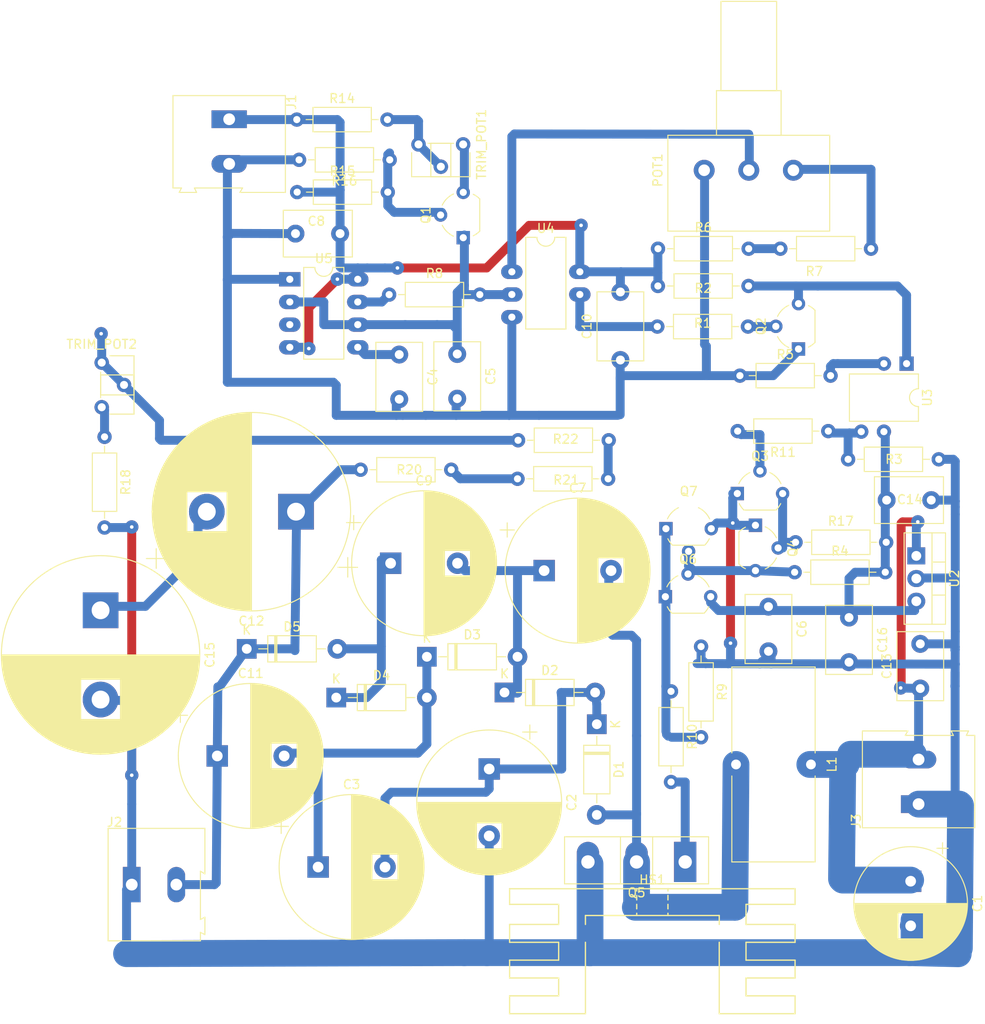
<source format=kicad_pcb>
(kicad_pcb (version 20171130) (host pcbnew 5.1.10-88a1d61d58~90~ubuntu20.04.1)
  (layers (0 F.Cu signal) (31 B.Cu signal) (34 B.Paste user) (35 F.Paste user) (36 B.SilkS user) (37 F.SilkS user) (38 B.Mask user) (39 F.Mask user) (44 Edge.Cuts user))
  (net 0 "")
  (net 1 +12V)
  (net 2 "Net-(C4-Pad1)")
  (net 3 "Net-(Q1-Pad2)")
  (net 4 "Net-(Q2-Pad2)")
  (net 5 "Net-(Q3-Pad2)")
  (net 6 "Net-(R6-Pad2)")
  (net 7 "Net-(R8-Pad1)")
  (net 8 "Net-(Q1-Pad3)")
  (net 9 GND2)
  (net 10 +24V)
  (net 11 "Net-(C2-Pad1)")
  (net 12 "Net-(C11-Pad2)")
  (net 13 GND1)
  (net 14 /F_Serra)
  (net 15 /12V_L7812)
  (net 16 "Net-(C7-Pad2)")
  (net 17 "Net-(C7-Pad1)")
  (net 18 "Net-(C9-Pad1)")
  (net 19 "Net-(C11-Pad1)")
  (net 20 "Net-(C12-Pad2)")
  (net 21 "Net-(POT1-Pad1)")
  (net 22 "Net-(POT1-Pad2)")
  (net 23 /PWM)
  (net 24 "Net-(Q3-Pad3)")
  (net 25 "Net-(Q4-Pad3)")
  (net 26 "Net-(Q5-Pad1)")
  (net 27 /MOS_Gate)
  (net 28 "Net-(R1-Pad1)")
  (net 29 "Net-(R11-Pad1)")
  (net 30 "Net-(R5-Pad2)")
  (net 31 "Net-(R14-Pad2)")
  (net 32 "Net-(R18-Pad1)")
  (net 33 "Net-(R20-Pad2)")
  (net 34 "Net-(R21-Pad2)")
  (net 35 /10%_VO)
  (net 36 "Net-(U5-Pad3)")
  (module Resistor_THT:R_Axial_DIN0207_L6.3mm_D2.5mm_P10.16mm_Horizontal (layer F.Cu) (at 91.9734 89.5477)
    (fp_text reference R14 (at 5.08 -2.37) (layer F.SilkS))
    (fp_text value 1kΩ)
    (pad 2 thru_hole oval (at 10.16 0) (size 1.6 1.6) (drill 0.8) (layers *.Cu *.Mask) (net 31 "Net-(R14-Pad2)"))
    (pad 1 thru_hole circle (at 0 0) (size 1.6 1.6) (drill 0.8) (layers *.Cu *.Mask) (net 1 +12V))
  )
  (module Capacitor_THT:C_Disc_D7.5mm_W5.0mm_P5.00mm (layer F.Cu) (at 128.2446 115.2144 90)
    (fp_text reference C10 (at 2.5 -3.75 90) (layer F.SilkS))
    (fp_text value 100nF)
    (pad 2 thru_hole circle (at 6.35 0 90) (size 2 2) (drill 1) (layers *.Cu *.Mask) (net 1 +12V))
    (pad 1 thru_hole circle (at -1.27 0 90) (size 2 2) (drill 1) (layers *.Cu *.Mask) (net 13 GND1))
  )
  (module Package_DIP:DIP-8_W7.62mm_LongPads (layer F.Cu) (at 116.078 104.0638)
    (fp_text reference U4 (at 3.81 -2.33) (layer F.SilkS))
    (fp_text value LF357)
    (pad 4 thru_hole oval (at 0 7.62) (size 2.4 1.6) (drill 0.8) (layers *.Cu *.Mask) (net 13 GND1))
    (pad 7 thru_hole oval (at 7.62 2.54) (size 2.4 1.6) (drill 0.8) (layers *.Cu *.Mask) (net 1 +12V))
    (pad 3 thru_hole oval (at 0 5.08) (size 2.4 1.6) (drill 0.8) (layers *.Cu *.Mask) (net 14 /F_Serra))
    (pad 6 thru_hole oval (at 7.62 5.08) (size 2.4 1.6) (drill 0.8) (layers *.Cu *.Mask) (net 28 "Net-(R1-Pad1)"))
    (pad 2 thru_hole oval (at 0 2.54) (size 2.4 1.6) (drill 0.8) (layers *.Cu *.Mask) (net 22 "Net-(POT1-Pad2)"))
  )
  (module Package_DIP:DIP-6_W7.62mm (layer F.Cu) (at 160.3248 116.8908 270)
    (fp_text reference U3 (at 3.81 -2.33 270) (layer F.SilkS))
    (fp_text value 4N25)
    (pad 5 thru_hole oval (at 7.62 2.54 270) (size 1.6 1.6) (drill 0.8) (layers *.Cu *.Mask) (net 15 /12V_L7812))
    (pad 2 thru_hole oval (at 0 2.54 270) (size 1.6 1.6) (drill 0.8) (layers *.Cu *.Mask) (net 30 "Net-(R5-Pad2)"))
    (pad 4 thru_hole oval (at 7.62 5.08 270) (size 1.6 1.6) (drill 0.8) (layers *.Cu *.Mask) (net 29 "Net-(R11-Pad1)"))
    (pad 1 thru_hole rect (at 0 0 270) (size 1.6 1.6) (drill 0.8) (layers *.Cu *.Mask) (net 23 /PWM))
  )
  (module TerminalBlock:TerminalBlock_Altech_AK300-2_P5.00mm (layer F.Cu) (at 73.4695 175.26)
    (fp_text reference J2 (at -1.92 -6.99 180) (layer F.SilkS))
    (fp_text value VO)
    (pad 1 thru_hole oval (at 5 0) (size 1.98 3.96) (drill 1.32) (layers *.Cu *.Mask) (net 19 "Net-(C11-Pad1)"))
    (pad 2 thru_hole rect (at 0 0) (size 1.98 3.96) (drill 1.32) (layers *.Cu *.Mask) (net 9 GND2))
  )
  (module Resistor_THT:R_Axial_DIN0207_L6.3mm_D2.5mm_P10.16mm_Horizontal (layer F.Cu) (at 126.9365 125.476 180)
    (fp_text reference R22 (at 4.826 0.127) (layer F.SilkS))
    (fp_text value 220kΩ)
    (pad 1 thru_hole circle (at 0 0 180) (size 1.6 1.6) (drill 0.8) (layers *.Cu *.Mask) (net 34 "Net-(R21-Pad2)"))
    (pad 2 thru_hole oval (at 10.16 0 180) (size 1.6 1.6) (drill 0.8) (layers *.Cu *.Mask) (net 35 /10%_VO))
  )
  (module Potentiometer_THT:Potentiometer_ACP_CA6-H2,5_Horizontal (layer F.Cu) (at 110.617 92.329 270)
    (fp_text reference TRIM_POT1 (at 0 -2.06 270) (layer F.SilkS))
    (fp_text value 22kΩ)
    (pad 3 thru_hole circle (at 0 0 270) (size 1.62 1.62) (drill 0.9) (layers *.Cu *.Mask) (net 8 "Net-(Q1-Pad3)"))
    (pad 2 thru_hole circle (at 2.5 2.5 270) (size 1.62 1.62) (drill 0.9) (layers *.Cu *.Mask) (net 31 "Net-(R14-Pad2)"))
    (pad 1 thru_hole circle (at 0 5 270) (size 1.62 1.62) (drill 0.9) (layers *.Cu *.Mask) (net 31 "Net-(R14-Pad2)"))
  )
  (module Heatsink:Heatsink_Stonecold_HS-132_32x14mm_2xFixation1.5mm (layer F.Cu) (at 131.826 180.721)
    (fp_text reference HS1 (at 0 -6) (layer F.SilkS))
    (fp_text value Heatsink)
  )
  (module Capacitor_THT:CP_Radial_D12.5mm_P5.00mm (layer F.Cu) (at 160.782 174.879 270)
    (fp_text reference C1 (at 2.5 -7.5 90) (layer F.SilkS))
    (fp_text value 100µF)
    (pad 2 thru_hole circle (at 5 0 270) (size 2.4 2.4) (drill 1.2) (layers *.Cu *.Mask) (net 9 GND2))
    (pad 1 thru_hole rect (at 0 0 270) (size 2.4 2.4) (drill 1.2) (layers *.Cu *.Mask) (net 10 +24V))
  )
  (module TerminalBlock:TerminalBlock_Altech_AK300-2_P5.00mm (layer F.Cu) (at 161.671 166.243 90)
    (fp_text reference J3 (at -1.92 -6.99 90) (layer F.SilkS))
    (fp_text value Vin_boost)
    (pad 2 thru_hole oval (at 5 0 90) (size 1.98 3.96) (drill 1.32) (layers *.Cu *.Mask) (net 10 +24V))
    (pad 1 thru_hole rect (at 0 0 90) (size 1.98 3.96) (drill 1.32) (layers *.Cu *.Mask) (net 9 GND2))
  )
  (module Capacitor_THT:CP_Radial_D16.0mm_P7.50mm (layer F.Cu) (at 113.538 162.306 270)
    (fp_text reference C2 (at 3.75 -9.25 90) (layer F.SilkS))
    (fp_text value 100µF)
    (pad 2 thru_hole circle (at 7.5 0 270) (size 2.4 2.4) (drill 1.2) (layers *.Cu *.Mask) (net 9 GND2))
    (pad 1 thru_hole rect (at 0 0 270) (size 2.4 2.4) (drill 1.2) (layers *.Cu *.Mask) (net 11 "Net-(C2-Pad1)"))
  )
  (module Capacitor_THT:CP_Radial_D16.0mm_P7.50mm (layer F.Cu) (at 94.361 173.2915)
    (fp_text reference C3 (at 3.75 -9.25) (layer F.SilkS))
    (fp_text value 100µF_200V)
    (pad 2 thru_hole circle (at 7.5 0) (size 2.4 2.4) (drill 1.2) (layers *.Cu *.Mask) (net 11 "Net-(C2-Pad1)"))
    (pad 1 thru_hole rect (at 0 0) (size 2.4 2.4) (drill 1.2) (layers *.Cu *.Mask) (net 12 "Net-(C11-Pad2)"))
  )
  (module Capacitor_THT:C_Disc_D7.5mm_W5.0mm_P5.00mm (layer F.Cu) (at 103.4542 115.8748 270)
    (fp_text reference C4 (at 2.5 -3.75 90) (layer F.SilkS))
    (fp_text value 10nF)
    (pad 2 thru_hole circle (at 5 0 270) (size 2 2) (drill 1) (layers *.Cu *.Mask) (net 13 GND1))
    (pad 1 thru_hole circle (at 0 0 270) (size 2 2) (drill 1) (layers *.Cu *.Mask) (net 2 "Net-(C4-Pad1)"))
  )
  (module Capacitor_THT:C_Disc_D7.5mm_W5.0mm_P5.00mm (layer F.Cu) (at 109.9566 115.8113 270)
    (fp_text reference C5 (at 2.5 -3.75 90) (layer F.SilkS))
    (fp_text value 500pF)
    (pad 2 thru_hole circle (at 5 0 270) (size 2 2) (drill 1) (layers *.Cu *.Mask) (net 13 GND1))
    (pad 1 thru_hole circle (at 0 0 270) (size 2 2) (drill 1) (layers *.Cu *.Mask) (net 14 /F_Serra))
  )
  (module Capacitor_THT:C_Disc_D7.5mm_W5.0mm_P5.00mm (layer F.Cu) (at 144.8435 144.1196 270)
    (fp_text reference C6 (at 2.5 -3.75 90) (layer F.SilkS))
    (fp_text value 100nF)
    (pad 2 thru_hole circle (at 5 0 270) (size 2 2) (drill 1) (layers *.Cu *.Mask) (net 9 GND2))
    (pad 1 thru_hole circle (at 0 0 270) (size 2 2) (drill 1) (layers *.Cu *.Mask) (net 15 /12V_L7812))
  )
  (module Capacitor_THT:CP_Radial_D16.0mm_P7.50mm (layer F.Cu) (at 119.6975 140.081)
    (fp_text reference C7 (at 3.75 -9.25) (layer F.SilkS))
    (fp_text value 100µF_200V)
    (pad 2 thru_hole circle (at 7.5 0) (size 2.4 2.4) (drill 1.2) (layers *.Cu *.Mask) (net 16 "Net-(C7-Pad2)"))
    (pad 1 thru_hole rect (at 0 0) (size 2.4 2.4) (drill 1.2) (layers *.Cu *.Mask) (net 17 "Net-(C7-Pad1)"))
  )
  (module Capacitor_THT:C_Disc_D7.5mm_W5.0mm_P5.00mm (layer F.Cu) (at 96.8248 102.3239 180)
    (fp_text reference C8 (at 2.667 1.397) (layer F.SilkS))
    (fp_text value 100nF)
    (pad 2 thru_hole circle (at 5 0 180) (size 2 2) (drill 1) (layers *.Cu *.Mask) (net 13 GND1))
    (pad 1 thru_hole circle (at 0 0 180) (size 2 2) (drill 1) (layers *.Cu *.Mask) (net 1 +12V))
  )
  (module Capacitor_THT:CP_Radial_D16.0mm_P7.50mm (layer F.Cu) (at 102.489 139.2555)
    (fp_text reference C9 (at 3.75 -9.25) (layer F.SilkS))
    (fp_text value 100µF_200V)
    (pad 2 thru_hole circle (at 7.5 0) (size 2.4 2.4) (drill 1.2) (layers *.Cu *.Mask) (net 17 "Net-(C7-Pad1)"))
    (pad 1 thru_hole rect (at 0 0) (size 2.4 2.4) (drill 1.2) (layers *.Cu *.Mask) (net 18 "Net-(C9-Pad1)"))
  )
  (module Capacitor_THT:CP_Radial_D16.0mm_P7.50mm (layer F.Cu) (at 83.058 160.8455)
    (fp_text reference C11 (at 3.75 -9.25) (layer F.SilkS))
    (fp_text value 100µF_200V)
    (pad 2 thru_hole circle (at 7.5 0) (size 2.4 2.4) (drill 1.2) (layers *.Cu *.Mask) (net 12 "Net-(C11-Pad2)"))
    (pad 1 thru_hole rect (at 0 0) (size 2.4 2.4) (drill 1.2) (layers *.Cu *.Mask) (net 19 "Net-(C11-Pad1)"))
  )
  (module Capacitor_THT:CP_Radial_D22.0mm_P10.00mm_SnapIn (layer F.Cu) (at 91.8845 133.477 180)
    (fp_text reference C12 (at 5 -12.25) (layer F.SilkS))
    (fp_text value 200µF_200V)
    (pad 2 thru_hole circle (at 10 0 180) (size 4 4) (drill 2) (layers *.Cu *.Mask) (net 20 "Net-(C12-Pad2)"))
    (pad 1 thru_hole rect (at 0 0 180) (size 4 4) (drill 2) (layers *.Cu *.Mask) (net 19 "Net-(C11-Pad1)"))
  )
  (module Capacitor_THT:C_Disc_D7.5mm_W5.0mm_P5.00mm (layer F.Cu) (at 161.8615 153.289 90)
    (fp_text reference C13 (at 2.5 -3.75 90) (layer F.SilkS))
    (fp_text value 10µF)
    (pad 2 thru_hole circle (at 5 0 90) (size 2 2) (drill 1) (layers *.Cu *.Mask) (net 9 GND2))
    (pad 1 thru_hole circle (at 0 0 90) (size 2 2) (drill 1) (layers *.Cu *.Mask) (net 10 +24V))
  )
  (module Capacitor_THT:C_Disc_D7.5mm_W5.0mm_P5.00mm (layer F.Cu) (at 158.0896 132.1816)
    (fp_text reference C14 (at 2.6035 -0.0635) (layer F.SilkS))
    (fp_text value 100nF)
    (pad 2 thru_hole circle (at 5 0) (size 2 2) (drill 1) (layers *.Cu *.Mask) (net 9 GND2))
    (pad 1 thru_hole circle (at 0 0) (size 2 2) (drill 1) (layers *.Cu *.Mask) (net 15 /12V_L7812))
  )
  (module Capacitor_THT:CP_Radial_D22.0mm_P10.00mm_SnapIn (layer F.Cu) (at 69.977 144.526 270)
    (fp_text reference C15 (at 5 -12.25 90) (layer F.SilkS))
    (fp_text value 200µF_200V)
    (pad 2 thru_hole circle (at 10 0 270) (size 4 4) (drill 2) (layers *.Cu *.Mask) (net 9 GND2))
    (pad 1 thru_hole rect (at 0 0 270) (size 4 4) (drill 2) (layers *.Cu *.Mask) (net 20 "Net-(C12-Pad2)"))
  )
  (module Potentiometer_THT:Potentiometer_Alps_RK163_Single_Horizontal (layer F.Cu) (at 147.6375 95.2246 90)
    (fp_text reference POT1 (at 0 -15.2 90) (layer F.SilkS))
    (fp_text value 200kΩ)
    (pad 1 thru_hole circle (at 0 0 90) (size 2.34 2.34) (drill 1.3) (layers *.Cu *.Mask) (net 21 "Net-(POT1-Pad1)"))
    (pad 2 thru_hole circle (at 0 -5 90) (size 2.34 2.34) (drill 1.3) (layers *.Cu *.Mask) (net 22 "Net-(POT1-Pad2)"))
    (pad 3 thru_hole circle (at 0 -10 90) (size 2.34 2.34) (drill 1.3) (layers *.Cu *.Mask) (net 13 GND1))
  )
  (module Package_TO_SOT_THT:TO-92_Wide (layer F.Cu) (at 110.6297 102.7811 90)
    (fp_text reference Q1 (at 2.55 -4.19 90) (layer F.SilkS))
    (fp_text value BC556)
    (pad 1 thru_hole rect (at 0 0 90) (size 1.5 1.5) (drill 0.8) (layers *.Cu *.Mask) (net 14 /F_Serra))
    (pad 3 thru_hole circle (at 5.08 0 90) (size 1.5 1.5) (drill 0.8) (layers *.Cu *.Mask) (net 8 "Net-(Q1-Pad3)"))
    (pad 2 thru_hole circle (at 2.54 -2.54 90) (size 1.5 1.5) (drill 0.8) (layers *.Cu *.Mask) (net 3 "Net-(Q1-Pad2)"))
  )
  (module Package_TO_SOT_THT:TO-247-3_Vertical (layer F.Cu) (at 135.509 172.72 180)
    (fp_text reference Q5 (at 5.45 -3.45) (layer F.SilkS))
    (fp_text value IRFP260)
    (pad 3 thru_hole oval (at 10.9 0 180) (size 2.5 4.5) (drill 1.5) (layers *.Cu *.Mask) (net 9 GND2))
    (pad 2 thru_hole oval (at 5.45 0 180) (size 2.5 4.5) (drill 1.5) (layers *.Cu *.Mask) (net 16 "Net-(C7-Pad2)"))
    (pad 1 thru_hole rect (at 0 0 180) (size 2.5 4.5) (drill 1.5) (layers *.Cu *.Mask) (net 26 "Net-(Q5-Pad1)"))
  )
  (module Resistor_THT:R_Axial_DIN0207_L6.3mm_D2.5mm_P10.16mm_Horizontal (layer F.Cu) (at 132.3848 112.7379)
    (fp_text reference R1 (at 5.08 -0.381) (layer F.SilkS))
    (fp_text value 1kΩ)
    (pad 2 thru_hole oval (at 10.16 0) (size 1.6 1.6) (drill 0.8) (layers *.Cu *.Mask) (net 4 "Net-(Q2-Pad2)"))
    (pad 1 thru_hole circle (at 0 0) (size 1.6 1.6) (drill 0.8) (layers *.Cu *.Mask) (net 28 "Net-(R1-Pad1)"))
  )
  (module Resistor_THT:R_Axial_DIN0207_L6.3mm_D2.5mm_P10.16mm_Horizontal (layer F.Cu) (at 142.6083 108.1913 180)
    (fp_text reference R2 (at 5.08 -0.254) (layer F.SilkS))
    (fp_text value 1kΩ)
    (pad 2 thru_hole oval (at 10.16 0 180) (size 1.6 1.6) (drill 0.8) (layers *.Cu *.Mask) (net 1 +12V))
    (pad 1 thru_hole circle (at 0 0 180) (size 1.6 1.6) (drill 0.8) (layers *.Cu *.Mask) (net 23 /PWM))
  )
  (module Resistor_THT:R_Axial_DIN0207_L6.3mm_D2.5mm_P10.16mm_Horizontal (layer F.Cu) (at 163.9316 127.6096 180)
    (fp_text reference R3 (at 5.0165 0) (layer F.SilkS))
    (fp_text value 330Ω)
    (pad 2 thru_hole oval (at 10.16 0 180) (size 1.6 1.6) (drill 0.8) (layers *.Cu *.Mask) (net 29 "Net-(R11-Pad1)"))
    (pad 1 thru_hole circle (at 0 0 180) (size 1.6 1.6) (drill 0.8) (layers *.Cu *.Mask) (net 9 GND2))
  )
  (module Resistor_THT:R_Axial_DIN0207_L6.3mm_D2.5mm_P10.16mm_Horizontal (layer F.Cu) (at 147.7772 140.2588)
    (fp_text reference R4 (at 5.08 -2.37) (layer F.SilkS))
    (fp_text value 1kΩ)
    (pad 2 thru_hole oval (at 10.16 0) (size 1.6 1.6) (drill 0.8) (layers *.Cu *.Mask) (net 15 /12V_L7812))
    (pad 1 thru_hole circle (at 0 0) (size 1.6 1.6) (drill 0.8) (layers *.Cu *.Mask) (net 25 "Net-(Q4-Pad3)"))
  )
  (module Resistor_THT:R_Axial_DIN0207_L6.3mm_D2.5mm_P10.16mm_Horizontal (layer F.Cu) (at 141.6431 118.237)
    (fp_text reference R5 (at 5.08 -2.37) (layer F.SilkS))
    (fp_text value 470Ω)
    (pad 2 thru_hole oval (at 10.16 0) (size 1.6 1.6) (drill 0.8) (layers *.Cu *.Mask) (net 30 "Net-(R5-Pad2)"))
    (pad 1 thru_hole circle (at 0 0) (size 1.6 1.6) (drill 0.8) (layers *.Cu *.Mask) (net 13 GND1))
  )
  (module Resistor_THT:R_Axial_DIN0207_L6.3mm_D2.5mm_P10.16mm_Horizontal (layer F.Cu) (at 132.461 104.013)
    (fp_text reference R6 (at 5.08 -2.37) (layer F.SilkS))
    (fp_text value 100kΩ)
    (pad 2 thru_hole oval (at 10.16 0) (size 1.6 1.6) (drill 0.8) (layers *.Cu *.Mask) (net 6 "Net-(R6-Pad2)"))
    (pad 1 thru_hole circle (at 0 0) (size 1.6 1.6) (drill 0.8) (layers *.Cu *.Mask) (net 1 +12V))
  )
  (module Resistor_THT:R_Axial_DIN0207_L6.3mm_D2.5mm_P10.16mm_Horizontal (layer F.Cu) (at 146.177 104.013)
    (fp_text reference R7 (at 3.81 2.54) (layer F.SilkS))
    (fp_text value 50kΩ)
    (pad 2 thru_hole oval (at 10.16 0) (size 1.6 1.6) (drill 0.8) (layers *.Cu *.Mask) (net 21 "Net-(POT1-Pad1)"))
    (pad 1 thru_hole circle (at 0 0) (size 1.6 1.6) (drill 0.8) (layers *.Cu *.Mask) (net 6 "Net-(R6-Pad2)"))
  )
  (module Resistor_THT:R_Axial_DIN0207_L6.3mm_D2.5mm_P10.16mm_Horizontal (layer F.Cu) (at 102.3239 109.1565)
    (fp_text reference R8 (at 5.08 -2.37) (layer F.SilkS))
    (fp_text value 330Ω)
    (pad 2 thru_hole oval (at 10.16 0) (size 1.6 1.6) (drill 0.8) (layers *.Cu *.Mask) (net 14 /F_Serra))
    (pad 1 thru_hole circle (at 0 0) (size 1.6 1.6) (drill 0.8) (layers *.Cu *.Mask) (net 7 "Net-(R8-Pad1)"))
  )
  (module Resistor_THT:R_Axial_DIN0207_L6.3mm_D2.5mm_P10.16mm_Horizontal (layer F.Cu) (at 137.287 148.59 270)
    (fp_text reference R9 (at 5.08 -2.37 90) (layer F.SilkS))
    (fp_text value 10kΩ)
    (pad 2 thru_hole oval (at 10.16 0 270) (size 1.6 1.6) (drill 0.8) (layers *.Cu *.Mask) (net 27 /MOS_Gate))
    (pad 1 thru_hole circle (at 0 0 270) (size 1.6 1.6) (drill 0.8) (layers *.Cu *.Mask) (net 9 GND2))
  )
  (module Resistor_THT:R_Axial_DIN0207_L6.3mm_D2.5mm_P10.16mm_Horizontal (layer F.Cu) (at 133.9215 153.6065 270)
    (fp_text reference R10 (at 5.08 -2.37 90) (layer F.SilkS))
    (fp_text value 47Ω)
    (pad 2 thru_hole oval (at 10.16 0 270) (size 1.6 1.6) (drill 0.8) (layers *.Cu *.Mask) (net 26 "Net-(Q5-Pad1)"))
    (pad 1 thru_hole circle (at 0 0 270) (size 1.6 1.6) (drill 0.8) (layers *.Cu *.Mask) (net 27 /MOS_Gate))
  )
  (module Resistor_THT:R_Axial_DIN0207_L6.3mm_D2.5mm_P10.16mm_Horizontal (layer F.Cu) (at 151.5491 124.4473 180)
    (fp_text reference R11 (at 5.08 -2.37) (layer F.SilkS))
    (fp_text value 10kΩ)
    (pad 2 thru_hole oval (at 10.16 0 180) (size 1.6 1.6) (drill 0.8) (layers *.Cu *.Mask) (net 5 "Net-(Q3-Pad2)"))
    (pad 1 thru_hole circle (at 0 0 180) (size 1.6 1.6) (drill 0.8) (layers *.Cu *.Mask) (net 29 "Net-(R11-Pad1)"))
  )
  (module Resistor_THT:R_Axial_DIN0207_L6.3mm_D2.5mm_P10.16mm_Horizontal (layer F.Cu) (at 92.0115 97.6757)
    (fp_text reference R15 (at 5.08 -2.37) (layer F.SilkS))
    (fp_text value 10kΩ)
    (pad 2 thru_hole oval (at 10.16 0) (size 1.6 1.6) (drill 0.8) (layers *.Cu *.Mask) (net 3 "Net-(Q1-Pad2)"))
    (pad 1 thru_hole circle (at 0 0) (size 1.6 1.6) (drill 0.8) (layers *.Cu *.Mask) (net 1 +12V))
  )
  (module Resistor_THT:R_Axial_DIN0207_L6.3mm_D2.5mm_P10.16mm_Horizontal (layer F.Cu) (at 102.3874 94.0562 180)
    (fp_text reference R16 (at 5.08 -2.37) (layer F.SilkS))
    (fp_text value 100kΩ)
    (pad 2 thru_hole oval (at 10.16 0 180) (size 1.6 1.6) (drill 0.8) (layers *.Cu *.Mask) (net 13 GND1))
    (pad 1 thru_hole circle (at 0 0 180) (size 1.6 1.6) (drill 0.8) (layers *.Cu *.Mask) (net 3 "Net-(Q1-Pad2)"))
  )
  (module Resistor_THT:R_Axial_DIN0207_L6.3mm_D2.5mm_P10.16mm_Horizontal (layer F.Cu) (at 147.8788 136.906)
    (fp_text reference R17 (at 5.08 -2.37) (layer F.SilkS))
    (fp_text value 10kΩ)
    (pad 2 thru_hole oval (at 10.16 0) (size 1.6 1.6) (drill 0.8) (layers *.Cu *.Mask) (net 15 /12V_L7812))
    (pad 1 thru_hole circle (at 0 0) (size 1.6 1.6) (drill 0.8) (layers *.Cu *.Mask) (net 24 "Net-(Q3-Pad3)"))
  )
  (module Resistor_THT:R_Axial_DIN0207_L6.3mm_D2.5mm_P10.16mm_Horizontal (layer F.Cu) (at 70.4215 125.095 270)
    (fp_text reference R18 (at 5.08 -2.37 90) (layer F.SilkS))
    (fp_text value 100kΩ)
    (pad 2 thru_hole oval (at 10.16 0 270) (size 1.6 1.6) (drill 0.8) (layers *.Cu *.Mask) (net 9 GND2))
    (pad 1 thru_hole circle (at 0 0 270) (size 1.6 1.6) (drill 0.8) (layers *.Cu *.Mask) (net 32 "Net-(R18-Pad1)"))
  )
  (module Resistor_THT:R_Axial_DIN0207_L6.3mm_D2.5mm_P10.16mm_Horizontal (layer F.Cu) (at 99.1235 128.778)
    (fp_text reference R20 (at 5.461 0) (layer F.SilkS))
    (fp_text value 330kΩ)
    (pad 2 thru_hole oval (at 10.16 0) (size 1.6 1.6) (drill 0.8) (layers *.Cu *.Mask) (net 33 "Net-(R20-Pad2)"))
    (pad 1 thru_hole circle (at 0 0) (size 1.6 1.6) (drill 0.8) (layers *.Cu *.Mask) (net 19 "Net-(C11-Pad1)"))
  )
  (module Resistor_THT:R_Axial_DIN0207_L6.3mm_D2.5mm_P10.16mm_Horizontal (layer F.Cu) (at 116.713 129.794)
    (fp_text reference R21 (at 5.461 0.127) (layer F.SilkS))
    (fp_text value 330kΩ)
    (pad 1 thru_hole circle (at 0 0) (size 1.6 1.6) (drill 0.8) (layers *.Cu *.Mask) (net 33 "Net-(R20-Pad2)"))
    (pad 2 thru_hole oval (at 10.16 0) (size 1.6 1.6) (drill 0.8) (layers *.Cu *.Mask) (net 34 "Net-(R21-Pad2)"))
  )
  (module Potentiometer_THT:Potentiometer_ACP_CA6-H2,5_Horizontal (layer F.Cu) (at 70.104 116.7765)
    (fp_text reference TRIM_POT2 (at 0 -2.06) (layer F.SilkS))
    (fp_text value 22kΩ)
    (pad 1 thru_hole circle (at 0 0) (size 1.62 1.62) (drill 0.9) (layers *.Cu *.Mask) (net 35 /10%_VO))
    (pad 2 thru_hole circle (at 2.5 2.5) (size 1.62 1.62) (drill 0.9) (layers *.Cu *.Mask) (net 35 /10%_VO))
    (pad 3 thru_hole circle (at 0 5) (size 1.62 1.62) (drill 0.9) (layers *.Cu *.Mask) (net 32 "Net-(R18-Pad1)"))
  )
  (module Package_TO_SOT_THT:TO-220-3_Vertical (layer F.Cu) (at 161.417 138.43 270)
    (fp_text reference U2 (at 2.54 -4.27 90) (layer F.SilkS))
    (fp_text value L7812)
    (pad 3 thru_hole oval (at 5.08 0 270) (size 1.905 2) (drill 1.1) (layers *.Cu *.Mask) (net 15 /12V_L7812))
    (pad 2 thru_hole oval (at 2.54 0 270) (size 1.905 2) (drill 1.1) (layers *.Cu *.Mask) (net 9 GND2))
    (pad 1 thru_hole rect (at 0 0 270) (size 1.905 2) (drill 1.1) (layers *.Cu *.Mask) (net 10 +24V))
  )
  (module Package_DIP:DIP-8_W7.62mm_LongPads (layer F.Cu) (at 91.186 107.442)
    (fp_text reference U5 (at 3.81 -2.33) (layer F.SilkS))
    (fp_text value NE555)
    (pad 8 thru_hole oval (at 7.62 0) (size 2.4 1.6) (drill 0.8) (layers *.Cu *.Mask) (net 1 +12V))
    (pad 4 thru_hole oval (at 0 7.62) (size 2.4 1.6) (drill 0.8) (layers *.Cu *.Mask) (net 1 +12V))
    (pad 7 thru_hole oval (at 7.62 2.54) (size 2.4 1.6) (drill 0.8) (layers *.Cu *.Mask) (net 7 "Net-(R8-Pad1)"))
    (pad 3 thru_hole oval (at 0 5.08) (size 2.4 1.6) (drill 0.8) (layers *.Cu *.Mask) (net 36 "Net-(U5-Pad3)"))
    (pad 6 thru_hole oval (at 7.62 5.08) (size 2.4 1.6) (drill 0.8) (layers *.Cu *.Mask) (net 14 /F_Serra))
    (pad 2 thru_hole oval (at 0 2.54) (size 2.4 1.6) (drill 0.8) (layers *.Cu *.Mask) (net 14 /F_Serra))
    (pad 5 thru_hole oval (at 7.62 7.62) (size 2.4 1.6) (drill 0.8) (layers *.Cu *.Mask) (net 2 "Net-(C4-Pad1)"))
    (pad 1 thru_hole rect (at 0 0) (size 2.4 1.6) (drill 0.8) (layers *.Cu *.Mask) (net 13 GND1))
  )
  (module Package_TO_SOT_THT:TO-92_Wide (layer F.Cu) (at 148.209 115.2525 90)
    (fp_text reference Q2 (at 2.55 -4.19 90) (layer F.SilkS))
    (fp_text value PN2222A)
    (pad 1 thru_hole rect (at 0 0 90) (size 1.5 1.5) (drill 0.8) (layers *.Cu *.Mask) (net 13 GND1))
    (pad 3 thru_hole circle (at 5.08 0 90) (size 1.5 1.5) (drill 0.8) (layers *.Cu *.Mask) (net 23 /PWM))
    (pad 2 thru_hole circle (at 2.54 -2.54 90) (size 1.5 1.5) (drill 0.8) (layers *.Cu *.Mask) (net 4 "Net-(Q2-Pad2)"))
  )
  (module Package_TO_SOT_THT:TO-92_Wide (layer F.Cu) (at 141.351 131.445)
    (fp_text reference Q3 (at 2.55 -4.19) (layer F.SilkS))
    (fp_text value PN2222A)
    (pad 1 thru_hole rect (at 0 0) (size 1.5 1.5) (drill 0.8) (layers *.Cu *.Mask) (net 9 GND2))
    (pad 3 thru_hole circle (at 5.08 0) (size 1.5 1.5) (drill 0.8) (layers *.Cu *.Mask) (net 24 "Net-(Q3-Pad3)"))
    (pad 2 thru_hole circle (at 2.54 -2.54) (size 1.5 1.5) (drill 0.8) (layers *.Cu *.Mask) (net 5 "Net-(Q3-Pad2)"))
  )
  (module Package_TO_SOT_THT:TO-92_Wide (layer F.Cu) (at 133.2865 143.002)
    (fp_text reference Q6 (at 2.55 -4.19) (layer F.SilkS))
    (fp_text value 2N3904)
    (pad 1 thru_hole rect (at 0 0) (size 1.5 1.5) (drill 0.8) (layers *.Cu *.Mask) (net 27 /MOS_Gate))
    (pad 3 thru_hole circle (at 5.08 0) (size 1.5 1.5) (drill 0.8) (layers *.Cu *.Mask) (net 15 /12V_L7812))
    (pad 2 thru_hole circle (at 2.54 -2.54) (size 1.5 1.5) (drill 0.8) (layers *.Cu *.Mask) (net 25 "Net-(Q4-Pad3)"))
  )
  (module TerminalBlock:TerminalBlock_Altech_AK300-2_P5.00mm (layer F.Cu) (at 84.3915 89.5096 270)
    (fp_text reference J1 (at -1.92 -6.99 270) (layer F.SilkS))
    (fp_text value Vin_cnt)
    (pad 1 thru_hole oval (at 5 0 270) (size 1.98 3.96) (drill 1.32) (layers *.Cu *.Mask) (net 13 GND1))
    (pad 2 thru_hole rect (at 0 0 270) (size 1.98 3.96) (drill 1.32) (layers *.Cu *.Mask) (net 1 +12V))
  )
  (module Package_TO_SOT_THT:TO-92_Wide (layer F.Cu) (at 143.383 135.001 270)
    (fp_text reference Q4 (at 2.55 -4.19 90) (layer F.SilkS))
    (fp_text value PN2222A)
    (pad 1 thru_hole rect (at 0 0 270) (size 1.5 1.5) (drill 0.8) (layers *.Cu *.Mask) (net 9 GND2))
    (pad 3 thru_hole circle (at 5.08 0 270) (size 1.5 1.5) (drill 0.8) (layers *.Cu *.Mask) (net 25 "Net-(Q4-Pad3)"))
    (pad 2 thru_hole circle (at 2.54 -2.54 270) (size 1.5 1.5) (drill 0.8) (layers *.Cu *.Mask) (net 24 "Net-(Q3-Pad3)"))
  )
  (module Capacitor_THT:C_Disc_D7.5mm_W5.0mm_P5.00mm (layer F.Cu) (at 153.8732 145.3388 270)
    (fp_text reference C16 (at 2.5 -3.75 90) (layer F.SilkS))
    (fp_text value 100nF)
    (pad 2 thru_hole circle (at 5 0 270) (size 2 2) (drill 1) (layers *.Cu *.Mask) (net 9 GND2))
    (pad 1 thru_hole circle (at 0 0 270) (size 2 2) (drill 1) (layers *.Cu *.Mask) (net 15 /12V_L7812))
  )
  (module Inductor_THT:L_Toroid_Vertical_L21.6mm_W9.1mm_P8.40mm_Bourns_5700 (layer F.Cu) (at 149.606 161.798 270)
    (fp_text reference L1 (at 0 -2.35 90) (layer F.SilkS))
    (fp_text value 20µH)
    (pad 2 thru_hole circle (at 0 8.4 270) (size 2.2 2.2) (drill 1.1) (layers *.Cu *.Mask) (net 16 "Net-(C7-Pad2)"))
    (pad 1 thru_hole circle (at 0 0 270) (size 2.2 2.2) (drill 1.1) (layers *.Cu *.Mask) (net 10 +24V))
  )
  (module Package_TO_SOT_THT:TO-92_Wide (layer F.Cu) (at 133.35 135.382)
    (fp_text reference Q7 (at 2.55 -4.19) (layer F.SilkS))
    (fp_text value 2N3906)
    (pad 1 thru_hole rect (at 0 0) (size 1.5 1.5) (drill 0.8) (layers *.Cu *.Mask) (net 27 /MOS_Gate))
    (pad 3 thru_hole circle (at 5.08 0) (size 1.5 1.5) (drill 0.8) (layers *.Cu *.Mask) (net 9 GND2))
    (pad 2 thru_hole circle (at 2.54 2.54) (size 1.5 1.5) (drill 0.8) (layers *.Cu *.Mask) (net 25 "Net-(Q4-Pad3)"))
  )
  (module Diode_THT:D_DO-41_SOD81_P10.16mm_Horizontal (layer F.Cu) (at 125.603 157.2895 270)
    (fp_text reference D1 (at 5.08 -2.47 270) (layer F.SilkS))
    (fp_text value FR154)
    (fp_text user K (at 0 -2.1 270) (layer F.SilkS))
    (pad 1 thru_hole oval (at 10.16 0 270) (size 2.2 2.2) (drill 1.1) (layers *.Cu *.Mask) (net 16 "Net-(C7-Pad2)"))
    (pad 2 thru_hole rect (at 0 0 270) (size 2.2 2.2) (drill 1.1) (layers *.Cu *.Mask) (net 11 "Net-(C2-Pad1)"))
  )
  (module Diode_THT:D_DO-41_SOD81_P10.16mm_Horizontal (layer F.Cu) (at 115.2525 153.7335)
    (fp_text reference D2 (at 5.08 -2.47 180) (layer F.SilkS))
    (fp_text value FR154)
    (fp_text user K (at 0 -2.1 180) (layer F.SilkS))
    (pad 1 thru_hole oval (at 10.16 0) (size 2.2 2.2) (drill 1.1) (layers *.Cu *.Mask) (net 11 "Net-(C2-Pad1)"))
    (pad 2 thru_hole rect (at 0 0) (size 2.2 2.2) (drill 1.1) (layers *.Cu *.Mask) (net 17 "Net-(C7-Pad1)"))
  )
  (module Diode_THT:D_DO-41_SOD81_P10.16mm_Horizontal (layer F.Cu) (at 106.553 149.733)
    (fp_text reference D3 (at 5.08 -2.47) (layer F.SilkS))
    (fp_text value FR154)
    (fp_text user K (at 0 -2.1) (layer F.SilkS))
    (pad 1 thru_hole oval (at 10.16 0) (size 2.2 2.2) (drill 1.1) (layers *.Cu *.Mask) (net 17 "Net-(C7-Pad1)"))
    (pad 2 thru_hole rect (at 0 0) (size 2.2 2.2) (drill 1.1) (layers *.Cu *.Mask) (net 12 "Net-(C11-Pad2)"))
  )
  (module Diode_THT:D_DO-41_SOD81_P10.16mm_Horizontal (layer F.Cu) (at 86.36 148.844)
    (fp_text reference D5 (at 5.08 -2.47) (layer F.SilkS))
    (fp_text value FR154)
    (fp_text user K (at 0 -2.1) (layer F.SilkS))
    (pad 1 thru_hole oval (at 10.16 0) (size 2.2 2.2) (drill 1.1) (layers *.Cu *.Mask) (net 18 "Net-(C9-Pad1)"))
    (pad 2 thru_hole rect (at 0 0) (size 2.2 2.2) (drill 1.1) (layers *.Cu *.Mask) (net 19 "Net-(C11-Pad1)"))
  )
  (module Diode_THT:D_DO-41_SOD81_P10.16mm_Horizontal (layer F.Cu) (at 96.393 154.305)
    (fp_text reference D4 (at 5.08 -2.47) (layer F.SilkS))
    (fp_text value FR154)
    (fp_text user K (at 0 -2.1) (layer F.SilkS))
    (pad 1 thru_hole oval (at 10.16 0) (size 2.2 2.2) (drill 1.1) (layers *.Cu *.Mask) (net 12 "Net-(C11-Pad2)"))
    (pad 2 thru_hole rect (at 0 0) (size 2.2 2.2) (drill 1.1) (layers *.Cu *.Mask) (net 18 "Net-(C9-Pad1)"))
  )
  (via (at 96.52 107.4293) (size 1.5) (drill 0.4) (layers F.Cu B.Cu) (net 1))
  (via (at 93.3196 115.2017) (size 1.5) (drill 0.4) (layers F.Cu B.Cu) (net 1))
  (via (at 123.8377 101.3968) (size 1.5) (drill 0.4) (layers F.Cu B.Cu) (net 1))
  (via (at 103.251 106.172) (size 1.5) (drill 0.4) (layers F.Cu B.Cu) (net 1))
  (segment (start 98.806 106.172) (end 98.806 107.442) (width 1) (layer B.Cu) (net 1))
  (segment (start 103.251 106.172) (end 101.854 106.172) (width 1) (layer B.Cu) (net 1))
  (segment (start 132.4483 104.0257) (end 132.461 104.013) (width 1) (layer B.Cu) (net 1))
  (segment (start 132.3467 106.6038) (end 132.4483 106.7054) (width 1) (layer B.Cu) (net 1))
  (segment (start 132.4483 106.7054) (end 132.4483 104.0257) (width 1) (layer B.Cu) (net 1))
  (segment (start 132.4483 108.1913) (end 132.4483 106.7054) (width 1) (layer B.Cu) (net 1))
  (segment (start 128.2446 106.6673) (end 128.3081 106.6038) (width 1) (layer B.Cu) (net 1))
  (segment (start 128.2446 108.8644) (end 128.2446 106.6673) (width 1) (layer B.Cu) (net 1))
  (segment (start 128.3081 106.6038) (end 132.3467 106.6038) (width 1) (layer B.Cu) (net 1))
  (segment (start 123.698 106.6038) (end 128.3081 106.6038) (width 1) (layer B.Cu) (net 1))
  (segment (start 123.698 101.5365) (end 123.8377 101.3968) (width 1) (layer B.Cu) (net 1))
  (segment (start 123.698 106.6038) (end 123.698 101.5365) (width 1) (layer B.Cu) (net 1))
  (segment (start 99.8728 106.172) (end 98.806 106.172) (width 1) (layer B.Cu) (net 1))
  (segment (start 101.854 106.172) (end 99.8728 106.172) (width 1) (layer B.Cu) (net 1))
  (segment (start 113.248398 106.172) (end 103.251 106.172) (width 1) (layer F.Cu) (net 1))
  (segment (start 118.023598 101.3968) (end 113.248398 106.172) (width 1) (layer F.Cu) (net 1))
  (segment (start 123.8377 101.3968) (end 118.023598 101.3968) (width 1) (layer F.Cu) (net 1))
  (segment (start 96.52 89.5477) (end 91.9734 89.5477) (width 1) (layer B.Cu) (net 1))
  (segment (start 84.4296 89.5477) (end 84.3915 89.5096) (width 1) (layer B.Cu) (net 1))
  (segment (start 91.9734 89.5477) (end 84.4296 89.5477) (width 1) (layer B.Cu) (net 1))
  (segment (start 98.806 106.172) (end 96.9645 106.172) (width 1) (layer B.Cu) (net 1))
  (segment (start 96.8248 106.0323) (end 96.8248 102.3239) (width 1) (layer B.Cu) (net 1))
  (segment (start 96.9645 106.172) (end 96.8248 106.0323) (width 1) (layer B.Cu) (net 1))
  (segment (start 96.8248 89.8525) (end 96.52 89.5477) (width 1) (layer B.Cu) (net 1))
  (segment (start 96.5835 97.6757) (end 96.8248 97.4344) (width 1) (layer B.Cu) (net 1))
  (segment (start 92.0115 97.6757) (end 96.5835 97.6757) (width 1) (layer B.Cu) (net 1))
  (segment (start 96.8248 97.4344) (end 96.8248 89.8525) (width 1) (layer B.Cu) (net 1))
  (segment (start 96.8248 102.3239) (end 96.8248 97.4344) (width 1) (layer B.Cu) (net 1))
  (segment (start 98.7933 107.4293) (end 98.806 107.442) (width 1) (layer B.Cu) (net 1))
  (segment (start 96.52 107.4293) (end 98.7933 107.4293) (width 1) (layer B.Cu) (net 1))
  (segment (start 93.1799 115.062) (end 93.3196 115.2017) (width 1) (layer B.Cu) (net 1))
  (segment (start 91.186 115.062) (end 93.1799 115.062) (width 1) (layer B.Cu) (net 1))
  (segment (start 93.3196 110.6297) (end 96.52 107.4293) (width 1) (layer F.Cu) (net 1))
  (segment (start 93.3196 115.2017) (end 93.3196 110.6297) (width 1) (layer F.Cu) (net 1))
  (segment (start 99.6188 115.8748) (end 98.806 115.062) (width 1) (layer B.Cu) (net 2))
  (segment (start 103.4542 115.8748) (end 99.6188 115.8748) (width 1) (layer B.Cu) (net 2))
  (segment (start 102.8954 99.9363) (end 102.1715 99.2124) (width 1) (layer B.Cu) (net 3))
  (segment (start 102.1715 99.2124) (end 102.1715 97.6757) (width 1) (layer B.Cu) (net 3))
  (segment (start 108.2167 99.9363) (end 102.8954 99.9363) (width 1) (layer B.Cu) (net 3))
  (segment (start 102.1715 93.4847) (end 102.3747 93.2815) (width 1) (layer B.Cu) (net 3))
  (segment (start 102.1715 97.6757) (end 102.1715 93.4847) (width 1) (layer B.Cu) (net 3))
  (segment (start 145.6436 112.7379) (end 145.669 112.7125) (width 1) (layer B.Cu) (net 4))
  (segment (start 142.5448 112.7379) (end 145.6436 112.7379) (width 1) (layer B.Cu) (net 4))
  (segment (start 143.891 128.905) (end 143.891 124.841) (width 1) (layer B.Cu) (net 5))
  (segment (start 141.7828 124.841) (end 141.3891 124.4473) (width 1) (layer B.Cu) (net 5))
  (segment (start 143.891 124.841) (end 141.7828 124.841) (width 1) (layer B.Cu) (net 5))
  (segment (start 146.177 104.013) (end 142.621 104.013) (width 1) (layer B.Cu) (net 6))
  (segment (start 101.4984 109.982) (end 102.3239 109.1565) (width 1) (layer B.Cu) (net 7))
  (segment (start 98.806 109.982) (end 101.4984 109.982) (width 1) (layer B.Cu) (net 7))
  (segment (start 110.7567 92.4687) (end 110.617 92.329) (width 1) (layer B.Cu) (net 8))
  (segment (start 110.7567 97.3963) (end 110.7567 92.4687) (width 1) (layer B.Cu) (net 8))
  (via (at 140.589 148.209) (size 1.5) (drill 0.4) (layers F.Cu B.Cu) (net 9))
  (via (at 140.843 134.747) (size 1.5) (drill 0.4) (layers F.Cu B.Cu) (net 9))
  (segment (start 165.782 141.812) (end 165.782 140.128) (width 1) (layer B.Cu) (net 9))
  (segment (start 165.782 140.128) (end 165.782 133.778) (width 1) (layer B.Cu) (net 9))
  (segment (start 165.782 146.892) (end 165.782 141.812) (width 1) (layer B.Cu) (net 9))
  (segment (start 165.735 153.035) (end 165.767384 153.067384) (width 1) (layer B.Cu) (net 9))
  (segment (start 161.671 166.243) (end 166.243 166.243) (width 3) (layer B.Cu) (net 9))
  (segment (start 165.767538 165.767538) (end 165.767538 151.478462) (width 1) (layer B.Cu) (net 9))
  (segment (start 166.243 166.243) (end 165.767538 165.767538) (width 1) (layer B.Cu) (net 9))
  (segment (start 165.767384 153.067384) (end 165.767538 153.002462) (width 1) (layer B.Cu) (net 9))
  (segment (start 161.163 182.372) (end 160.655 182.88) (width 1) (layer B.Cu) (net 9))
  (segment (start 161.163 179.244) (end 161.163 182.372) (width 3) (layer B.Cu) (net 9))
  (segment (start 165.735 148.971) (end 165.777179 148.928821) (width 1) (layer B.Cu) (net 9))
  (segment (start 165.767538 153.002462) (end 165.777179 148.928821) (width 1) (layer B.Cu) (net 9))
  (segment (start 141.351 131.445) (end 140.843 131.445) (width 1) (layer B.Cu) (net 9))
  (segment (start 141.097 135.001) (end 140.843 134.747) (width 1) (layer B.Cu) (net 9))
  (segment (start 143.383 135.001) (end 141.097 135.001) (width 1) (layer B.Cu) (net 9))
  (segment (start 140.589 135.001) (end 140.843 134.747) (width 1) (layer F.Cu) (net 9))
  (segment (start 140.589 148.209) (end 140.589 135.001) (width 1) (layer F.Cu) (net 9))
  (segment (start 124.841 171.555) (end 124.609 171.323) (width 1) (layer B.Cu) (net 9))
  (segment (start 124.841 182.88) (end 124.841 172.952) (width 3) (layer B.Cu) (net 9))
  (segment (start 160.655 182.88) (end 124.841 182.88) (width 3) (layer B.Cu) (net 9))
  (segment (start 166.116 183.007) (end 160.655 182.88) (width 3) (layer B.Cu) (net 9))
  (segment (start 166.243 182.372) (end 166.37 166.37) (width 3) (layer B.Cu) (net 9))
  (segment (start 139.065 134.747) (end 138.43 135.382) (width 1) (layer B.Cu) (net 9))
  (segment (start 140.843 134.747) (end 139.065 134.747) (width 1) (layer B.Cu) (net 9))
  (segment (start 140.843 131.953) (end 141.351 131.445) (width 1) (layer B.Cu) (net 9))
  (segment (start 140.843 134.747) (end 140.843 131.953) (width 1) (layer B.Cu) (net 9))
  (segment (start 113.538 182.626) (end 113.284 182.88) (width 1) (layer B.Cu) (net 9))
  (segment (start 113.538 169.806) (end 113.538 182.626) (width 1) (layer B.Cu) (net 9))
  (segment (start 113.284 182.88) (end 110.744 182.88) (width 3) (layer B.Cu) (net 9))
  (segment (start 124.841 182.88) (end 113.284 182.88) (width 3) (layer B.Cu) (net 9))
  (segment (start 72.88607 175.84343) (end 73.4695 175.26) (width 1) (layer B.Cu) (net 9))
  (segment (start 72.88607 182.99507) (end 72.88607 175.84343) (width 1) (layer B.Cu) (net 9))
  (segment (start 110.744 182.88) (end 72.88607 182.99507) (width 3) (layer B.Cu) (net 9))
  (segment (start 73.4695 175.26) (end 73.4695 166.243) (width 1) (layer B.Cu) (net 9))
  (segment (start 73.4695 155.702) (end 72.39 154.6225) (width 1) (layer B.Cu) (net 9))
  (segment (start 70.645 154.6225) (end 70.104 154.0815) (width 1) (layer B.Cu) (net 9))
  (segment (start 72.39 154.6225) (end 70.645 154.6225) (width 1) (layer B.Cu) (net 9))
  (segment (start 73.4695 166.243) (end 73.4695 163.2585) (width 1) (layer B.Cu) (net 9))
  (via (at 73.4695 163.0045) (size 1.5) (drill 0.4) (layers F.Cu B.Cu) (net 9))
  (segment (start 73.4695 163.2585) (end 73.4695 155.702) (width 1) (layer B.Cu) (net 9))
  (via (at 73.4695 135.1915) (size 1.5) (drill 0.4) (layers F.Cu B.Cu) (net 9))
  (segment (start 73.406 135.255) (end 73.4695 135.1915) (width 1) (layer B.Cu) (net 9))
  (segment (start 70.4215 135.255) (end 73.406 135.255) (width 1) (layer B.Cu) (net 9))
  (segment (start 73.4695 135.1915) (end 73.4695 163.0045) (width 1) (layer F.Cu) (net 9))
  (segment (start 161.29 140.9065) (end 165.6715 140.9065) (width 1) (layer B.Cu) (net 9))
  (segment (start 165.782 133.778) (end 165.782 132.9525) (width 1) (layer B.Cu) (net 9))
  (segment (start 165.434 148.289) (end 165.777879 148.632879) (width 1) (layer B.Cu) (net 9))
  (segment (start 161.8615 148.289) (end 165.434 148.289) (width 1) (layer B.Cu) (net 9))
  (segment (start 165.777879 148.632879) (end 165.782 146.892) (width 1) (layer B.Cu) (net 9))
  (segment (start 165.777179 148.928821) (end 165.777879 148.632879) (width 1) (layer B.Cu) (net 9))
  (segment (start 154.051 150.4315) (end 153.949984 150.532516) (width 1) (layer B.Cu) (net 9))
  (segment (start 153.949984 150.532516) (end 165.7985 150.5585) (width 1) (layer B.Cu) (net 9))
  (segment (start 140.589 150.241) (end 140.327358 150.502642) (width 1) (layer B.Cu) (net 9))
  (segment (start 140.589 148.209) (end 140.589 150.241) (width 1) (layer B.Cu) (net 9))
  (segment (start 137.287 148.59) (end 137.287 149.987) (width 1) (layer B.Cu) (net 9))
  (segment (start 137.287 149.987) (end 137.797093 150.497093) (width 1) (layer B.Cu) (net 9))
  (segment (start 137.797093 150.497093) (end 140.327358 150.502642) (width 1) (layer B.Cu) (net 9))
  (segment (start 136.8425 150.495) (end 137.797093 150.497093) (width 1) (layer B.Cu) (net 9))
  (segment (start 144.145 150.241) (end 143.875577 150.510423) (width 1) (layer B.Cu) (net 9))
  (segment (start 140.327358 150.502642) (end 143.875577 150.510423) (width 1) (layer B.Cu) (net 9))
  (segment (start 165.5572 127.6096) (end 163.9316 127.6096) (width 1) (layer B.Cu) (net 9))
  (segment (start 165.782 127.8344) (end 165.5572 127.6096) (width 1) (layer B.Cu) (net 9))
  (segment (start 165.6588 132.1816) (end 165.782 132.3048) (width 1) (layer B.Cu) (net 9))
  (segment (start 163.0896 132.1816) (end 165.6588 132.1816) (width 1) (layer B.Cu) (net 9))
  (segment (start 165.782 132.3048) (end 165.782 127.8344) (width 1) (layer B.Cu) (net 9))
  (segment (start 165.782 132.9525) (end 165.782 132.3048) (width 1) (layer B.Cu) (net 9))
  (segment (start 145.141098 149.417198) (end 144.8435 149.1196) (width 1) (layer B.Cu) (net 9))
  (segment (start 145.141098 150.513198) (end 145.141098 149.417198) (width 1) (layer B.Cu) (net 9))
  (segment (start 143.875577 150.510423) (end 145.141098 150.513198) (width 1) (layer B.Cu) (net 9))
  (segment (start 145.141098 150.513198) (end 153.949984 150.532516) (width 1) (layer B.Cu) (net 9))
  (via (at 159.6644 153.2255) (size 1.5) (drill 0.4) (layers F.Cu B.Cu) (net 10))
  (via (at 161.5821 134.62) (size 1.5) (drill 0.4) (layers F.Cu B.Cu) (net 10))
  (segment (start 161.083 160.655) (end 161.671 161.243) (width 1) (layer B.Cu) (net 10))
  (segment (start 161.671 161.243) (end 160.47899 160.05099) (width 1) (layer B.Cu) (net 10))
  (segment (start 160.782 174.752) (end 153.162 174.752) (width 3) (layer B.Cu) (net 10))
  (segment (start 153.543 161.163) (end 154.051 160.655) (width 1) (layer B.Cu) (net 10))
  (segment (start 154.051 160.655) (end 161.083 160.655) (width 3) (layer B.Cu) (net 10))
  (segment (start 160.147 159.719) (end 161.671 161.243) (width 1) (layer B.Cu) (net 10))
  (segment (start 149.479 161.798) (end 153.543 161.798) (width 3) (layer B.Cu) (net 10))
  (segment (start 153.035 174.625) (end 153.162 162.687) (width 3) (layer B.Cu) (net 10))
  (segment (start 161.2265 138.303) (end 161.29 138.3665) (width 1) (layer B.Cu) (net 10))
  (segment (start 161.671 153.4795) (end 161.8615 153.289) (width 1) (layer B.Cu) (net 10))
  (segment (start 161.671 161.243) (end 161.671 153.4795) (width 1) (layer B.Cu) (net 10))
  (segment (start 161.417 134.7851) (end 161.5821 134.62) (width 1) (layer B.Cu) (net 10))
  (segment (start 161.417 138.43) (end 161.417 134.7851) (width 1) (layer B.Cu) (net 10))
  (segment (start 161.5821 134.62) (end 159.8803 134.62) (width 1) (layer F.Cu) (net 10))
  (segment (start 159.71699 134.78331) (end 159.71699 152.96971) (width 1) (layer F.Cu) (net 10))
  (segment (start 159.8803 134.62) (end 159.71699 134.78331) (width 1) (layer F.Cu) (net 10))
  (segment (start 161.8615 153.289) (end 159.6644 153.2255) (width 1) (layer B.Cu) (net 10))
  (segment (start 101.861 173.2915) (end 101.861 165.601) (width 1) (layer B.Cu) (net 11))
  (segment (start 101.861 165.601) (end 102.5525 164.9095) (width 1) (layer B.Cu) (net 11))
  (segment (start 102.5525 164.9095) (end 113.157 164.9095) (width 1) (layer B.Cu) (net 11))
  (segment (start 113.538 164.5285) (end 113.538 162.306) (width 1) (layer B.Cu) (net 11))
  (segment (start 113.157 164.9095) (end 113.538 164.5285) (width 1) (layer B.Cu) (net 11))
  (segment (start 125.603 155.067) (end 125.603 157.2895) (width 1) (layer B.Cu) (net 11))
  (segment (start 125.4125 153.7335) (end 125.603 155.067) (width 1) (layer B.Cu) (net 11))
  (segment (start 121.6025 153.7335) (end 125.4125 153.7335) (width 1) (layer B.Cu) (net 11))
  (segment (start 121.666 154.432) (end 121.6025 153.7335) (width 1) (layer B.Cu) (net 11))
  (segment (start 121.666 162.306) (end 121.666 154.432) (width 1) (layer B.Cu) (net 11))
  (segment (start 113.538 162.306) (end 121.666 162.306) (width 1) (layer B.Cu) (net 11))
  (segment (start 106.553 154.305) (end 106.045 154.305) (width 1) (layer B.Cu) (net 12))
  (segment (start 106.553 154.305) (end 106.553 149.733) (width 1) (layer B.Cu) (net 12))
  (segment (start 106.553 159.512) (end 106.553 154.305) (width 1) (layer B.Cu) (net 12))
  (segment (start 105.537 160.528) (end 106.553 159.512) (width 1) (layer B.Cu) (net 12))
  (segment (start 94.361 161.29) (end 93.599 160.528) (width 1) (layer B.Cu) (net 12))
  (segment (start 94.361 173.2915) (end 94.361 161.29) (width 1) (layer B.Cu) (net 12))
  (segment (start 93.599 160.528) (end 105.537 160.528) (width 1) (layer B.Cu) (net 12))
  (segment (start 89.9865 160.528) (end 93.599 160.528) (width 1) (layer B.Cu) (net 12))
  (segment (start 103.8479 122.682) (end 106.426 122.682) (width 1) (layer B.Cu) (net 13))
  (segment (start 116.078 122.3772) (end 115.7732 122.682) (width 1) (layer B.Cu) (net 13))
  (segment (start 116.078 111.6838) (end 116.078 122.3772) (width 1) (layer B.Cu) (net 13))
  (segment (start 115.7732 122.682) (end 119.126 122.682) (width 1) (layer B.Cu) (net 13))
  (segment (start 119.126 122.682) (end 127.9525 122.682) (width 1) (layer B.Cu) (net 13))
  (segment (start 137.6807 114.7369) (end 137.6807 95.3643) (width 1) (layer B.Cu) (net 13))
  (segment (start 148.209 115.2525) (end 148.209 115.3922) (width 1) (layer B.Cu) (net 13))
  (segment (start 145.3642 118.237) (end 141.6431 118.237) (width 1) (layer B.Cu) (net 13))
  (segment (start 148.209 115.3922) (end 145.3642 118.237) (width 1) (layer B.Cu) (net 13))
  (segment (start 103.124 121.205) (end 103.4542 120.8748) (width 1) (layer B.Cu) (net 13))
  (segment (start 103.124 122.682) (end 103.124 121.205) (width 1) (layer B.Cu) (net 13))
  (segment (start 103.124 122.682) (end 103.8479 122.682) (width 1) (layer B.Cu) (net 13))
  (segment (start 109.8296 120.9383) (end 109.9566 120.8113) (width 1) (layer B.Cu) (net 13))
  (segment (start 109.8296 122.682) (end 109.8296 120.9383) (width 1) (layer B.Cu) (net 13))
  (segment (start 106.426 122.682) (end 109.8296 122.682) (width 1) (layer B.Cu) (net 13))
  (segment (start 109.8296 122.682) (end 115.7732 122.682) (width 1) (layer B.Cu) (net 13))
  (segment (start 96.393 122.682) (end 96.393 119.3038) (width 1) (layer B.Cu) (net 13))
  (segment (start 96.393 122.682) (end 103.124 122.682) (width 1) (layer B.Cu) (net 13))
  (segment (start 96.393 119.3038) (end 96.0628 118.9736) (width 1) (layer B.Cu) (net 13))
  (segment (start 96.0628 118.9736) (end 84.189862 118.9736) (width 1) (layer B.Cu) (net 13))
  (segment (start 84.189862 107.491238) (end 84.2391 107.442) (width 1) (layer B.Cu) (net 13))
  (segment (start 84.189862 118.9736) (end 84.189862 107.491238) (width 1) (layer B.Cu) (net 13))
  (segment (start 91.186 107.442) (end 84.2391 107.442) (width 1) (layer B.Cu) (net 13))
  (segment (start 84.189862 102.716038) (end 84.189862 107.491238) (width 1) (layer B.Cu) (net 13))
  (segment (start 84.189862 94.711238) (end 84.3915 94.5096) (width 1) (layer B.Cu) (net 13))
  (segment (start 84.189862 102.716038) (end 84.189862 94.711238) (width 1) (layer B.Cu) (net 13))
  (segment (start 84.8449 94.0562) (end 84.3915 94.5096) (width 1) (layer B.Cu) (net 13))
  (segment (start 92.2274 94.0562) (end 84.8449 94.0562) (width 1) (layer B.Cu) (net 13))
  (segment (start 84.6074 102.2985) (end 84.189862 102.716038) (width 1) (layer B.Cu) (net 13))
  (segment (start 91.8248 102.3239) (end 84.6074 102.2985) (width 1) (layer B.Cu) (net 13))
  (segment (start 128.2192 118.5291) (end 128.2192 122.6185) (width 1) (layer B.Cu) (net 13))
  (segment (start 128.5113 118.237) (end 128.2192 118.5291) (width 1) (layer B.Cu) (net 13))
  (segment (start 128.2192 116.4336) (end 128.2192 118.5291) (width 1) (layer B.Cu) (net 13))
  (segment (start 137.8839 118.237) (end 137.8839 114.9401) (width 1) (layer B.Cu) (net 13))
  (segment (start 137.8839 114.9401) (end 137.6807 114.7369) (width 1) (layer B.Cu) (net 13))
  (segment (start 141.6431 118.237) (end 137.8839 118.237) (width 1) (layer B.Cu) (net 13))
  (segment (start 137.8839 118.237) (end 128.5113 118.237) (width 1) (layer B.Cu) (net 13))
  (segment (start 94.996 109.982) (end 91.186 109.982) (width 1) (layer B.Cu) (net 14))
  (segment (start 94.996 112.522) (end 94.996 109.982) (width 1) (layer B.Cu) (net 14))
  (segment (start 98.806 112.522) (end 94.996 112.522) (width 1) (layer B.Cu) (net 14))
  (segment (start 104.1273 112.522) (end 107.696 112.522) (width 1) (layer B.Cu) (net 14))
  (segment (start 98.806 112.522) (end 104.1273 112.522) (width 1) (layer B.Cu) (net 14))
  (segment (start 116.0653 109.1565) (end 116.078 109.1438) (width 1) (layer B.Cu) (net 14))
  (segment (start 112.4839 109.1565) (end 116.0653 109.1565) (width 1) (layer B.Cu) (net 14))
  (segment (start 109.9566 115.8113) (end 109.9566 113.0808) (width 1) (layer B.Cu) (net 14))
  (segment (start 109.3978 112.522) (end 107.696 112.522) (width 1) (layer B.Cu) (net 14))
  (segment (start 109.9566 113.0808) (end 109.3978 112.522) (width 1) (layer B.Cu) (net 14))
  (segment (start 110.7567 109.1057) (end 110.7059 109.1565) (width 1) (layer B.Cu) (net 14))
  (segment (start 112.4839 109.1565) (end 110.7059 109.1565) (width 1) (layer B.Cu) (net 14))
  (segment (start 109.9566 108.9152) (end 110.7567 108.1151) (width 1) (layer B.Cu) (net 14))
  (segment (start 109.9566 115.8113) (end 109.9566 108.9152) (width 1) (layer B.Cu) (net 14))
  (segment (start 110.7567 108.1151) (end 110.7567 109.1057) (width 1) (layer B.Cu) (net 14))
  (segment (start 110.7567 102.4763) (end 110.7567 108.1151) (width 1) (layer B.Cu) (net 14))
  (segment (start 161.2265 143.383) (end 161.29 143.4465) (width 1) (layer B.Cu) (net 15))
  (segment (start 158.0134 140.335) (end 157.9372 140.2588) (width 1) (layer B.Cu) (net 15))
  (segment (start 157.9372 124.6632) (end 157.7848 124.5108) (width 1) (layer B.Cu) (net 15))
  (segment (start 157.9372 140.2588) (end 157.9372 124.6632) (width 1) (layer B.Cu) (net 15))
  (segment (start 138.3665 143.002) (end 138.3665 143.6624) (width 1) (layer B.Cu) (net 15))
  (segment (start 138.3665 143.6624) (end 139.2555 144.5514) (width 1) (layer B.Cu) (net 15))
  (segment (start 161.2265 143.7005) (end 161.417 143.51) (width 1) (layer B.Cu) (net 15))
  (segment (start 161.2265 144.5514) (end 161.2265 143.7005) (width 1) (layer B.Cu) (net 15))
  (segment (start 153.8732 144.7038) (end 154.0256 144.5514) (width 1) (layer B.Cu) (net 15))
  (segment (start 153.8732 145.3388) (end 153.8732 144.7038) (width 1) (layer B.Cu) (net 15))
  (segment (start 154.0256 144.5514) (end 161.2265 144.5514) (width 1) (layer B.Cu) (net 15))
  (segment (start 139.2555 144.5514) (end 154.0256 144.5514) (width 1) (layer B.Cu) (net 15))
  (segment (start 153.8732 145.3388) (end 153.8732 140.9573) (width 1) (layer B.Cu) (net 15))
  (segment (start 154.5717 140.2588) (end 157.9372 140.2588) (width 1) (layer B.Cu) (net 15))
  (segment (start 153.8732 140.9573) (end 154.5717 140.2588) (width 1) (layer B.Cu) (net 15))
  (segment (start 141.097 177.8) (end 141.079 176.548) (width 1) (layer B.Cu) (net 16))
  (segment (start 129.921 177.8) (end 141.097 177.8) (width 3) (layer B.Cu) (net 16))
  (segment (start 130.059 172.72) (end 130.059 177.546) (width 3) (layer B.Cu) (net 16))
  (segment (start 141.079 177.8) (end 141.206 161.798) (width 3) (layer B.Cu) (net 16))
  (segment (start 130.059 158.5705) (end 130.059 147.9025) (width 1) (layer B.Cu) (net 16))
  (segment (start 130.059 147.9025) (end 129.4765 147.32) (width 1) (layer B.Cu) (net 16))
  (segment (start 129.4765 147.32) (end 127.381 147.32) (width 1) (layer B.Cu) (net 16))
  (segment (start 126.9435 146.8825) (end 126.9435 140.7795) (width 1) (layer B.Cu) (net 16))
  (segment (start 127.381 147.32) (end 126.9435 146.8825) (width 1) (layer B.Cu) (net 16))
  (segment (start 129.943 167.4495) (end 130.059 167.3335) (width 1) (layer B.Cu) (net 16))
  (segment (start 125.603 167.4495) (end 129.943 167.4495) (width 1) (layer B.Cu) (net 16))
  (segment (start 130.059 167.3335) (end 130.059 158.5705) (width 1) (layer B.Cu) (net 16))
  (segment (start 130.059 172.72) (end 130.059 167.3335) (width 1) (layer B.Cu) (net 16))
  (segment (start 116.713 153.797) (end 116.713 149.733) (width 1) (layer B.Cu) (net 17))
  (segment (start 115.316 153.797) (end 115.2525 153.7335) (width 1) (layer B.Cu) (net 17))
  (segment (start 116.713 153.797) (end 115.316 153.797) (width 1) (layer B.Cu) (net 17))
  (segment (start 110.8145 140.081) (end 109.989 139.2555) (width 1) (layer B.Cu) (net 17))
  (segment (start 119.6975 140.081) (end 110.8145 140.081) (width 1) (layer B.Cu) (net 17))
  (segment (start 116.713 149.733) (end 116.713 140.1445) (width 1) (layer B.Cu) (net 17))
  (segment (start 96.393 148.971) (end 96.52 148.844) (width 1) (layer B.Cu) (net 18))
  (segment (start 96.393 154.305) (end 99.7839 154.305) (width 1) (layer B.Cu) (net 18))
  (segment (start 99.7839 154.305) (end 101.4476 152.6413) (width 1) (layer B.Cu) (net 18))
  (segment (start 101.4476 138.8745) (end 102.4255 138.8745) (width 1) (layer B.Cu) (net 18))
  (segment (start 96.52 148.844) (end 101.1809 148.844) (width 1) (layer B.Cu) (net 18))
  (segment (start 101.1809 148.844) (end 101.4476 148.5773) (width 1) (layer B.Cu) (net 18))
  (segment (start 101.4476 148.5773) (end 101.4476 138.8745) (width 1) (layer B.Cu) (net 18))
  (segment (start 101.4476 152.6413) (end 101.4476 148.5773) (width 1) (layer B.Cu) (net 18))
  (segment (start 96.8375 128.778) (end 91.948 133.6675) (width 1) (layer B.Cu) (net 19))
  (segment (start 99.1235 128.778) (end 96.8375 128.778) (width 1) (layer B.Cu) (net 19))
  (segment (start 91.7575 149.0345) (end 91.948 133.6675) (width 1) (layer B.Cu) (net 19))
  (segment (start 91.567 148.844) (end 91.7575 149.0345) (width 1) (layer B.Cu) (net 19))
  (segment (start 86.36 148.844) (end 91.567 148.844) (width 1) (layer B.Cu) (net 19))
  (segment (start 83.312 153.0985) (end 86.36 148.844) (width 1) (layer B.Cu) (net 19))
  (segment (start 82.7405 175.26) (end 82.942971 175.057529) (width 1) (layer B.Cu) (net 19))
  (segment (start 78.4695 175.26) (end 82.7405 175.26) (width 1) (layer B.Cu) (net 19))
  (segment (start 82.942971 175.057529) (end 83.1215 153.0985) (width 1) (layer B.Cu) (net 19))
  (segment (start 70.104 144.0815) (end 74.9935 144.0815) (width 1) (layer B.Cu) (net 20))
  (segment (start 74.9935 144.0815) (end 80.899 138.176) (width 1) (layer B.Cu) (net 20))
  (segment (start 80.899 134.7165) (end 81.948 133.6675) (width 1) (layer B.Cu) (net 20))
  (segment (start 80.899 138.176) (end 80.899 134.7165) (width 1) (layer B.Cu) (net 20))
  (segment (start 147.7391 95.123) (end 147.6375 95.2246) (width 1) (layer B.Cu) (net 21))
  (segment (start 156.337 95.123) (end 147.7391 95.123) (width 1) (layer B.Cu) (net 21))
  (segment (start 156.337 104.013) (end 156.337 95.123) (width 1) (layer B.Cu) (net 21))
  (segment (start 142.6972 95.2373) (end 142.6972 91.4184) (width 1) (layer B.Cu) (net 22))
  (segment (start 116.078 91.4527) (end 116.078 106.6038) (width 1) (layer B.Cu) (net 22))
  (segment (start 116.3701 91.1606) (end 116.078 91.4527) (width 1) (layer B.Cu) (net 22))
  (segment (start 142.6337 91.186) (end 116.3701 91.1606) (width 1) (layer B.Cu) (net 22))
  (segment (start 160.3248 116.8908) (end 160.3248 109.22) (width 1) (layer B.Cu) (net 23))
  (segment (start 159.2961 108.1913) (end 160.3248 109.22) (width 1) (layer B.Cu) (net 23))
  (segment (start 150.3807 108.1913) (end 159.2961 108.1913) (width 1) (layer B.Cu) (net 23))
  (segment (start 148.209 108.4961) (end 147.9042 108.1913) (width 1) (layer B.Cu) (net 23))
  (segment (start 148.209 110.1725) (end 148.209 108.4961) (width 1) (layer B.Cu) (net 23))
  (segment (start 147.9042 108.1913) (end 150.3807 108.1913) (width 1) (layer B.Cu) (net 23))
  (segment (start 142.6083 108.1913) (end 147.9042 108.1913) (width 1) (layer B.Cu) (net 23))
  (segment (start 145.923 137.541) (end 146.431 137.541) (width 1) (layer B.Cu) (net 24))
  (segment (start 146.431 137.541) (end 146.431 131.445) (width 1) (layer B.Cu) (net 24))
  (segment (start 146.558 136.906) (end 145.923 137.541) (width 1) (layer B.Cu) (net 24))
  (segment (start 147.8788 136.906) (end 146.558 136.906) (width 1) (layer B.Cu) (net 24))
  (segment (start 143.383 140.081) (end 136.398 140.081) (width 1) (layer B.Cu) (net 25))
  (segment (start 136.398 140.081) (end 135.89 139.573) (width 1) (layer B.Cu) (net 25))
  (segment (start 135.89 137.922) (end 135.89 139.573) (width 1) (layer B.Cu) (net 25))
  (segment (start 143.383 140.081) (end 147.7772 140.2588) (width 1) (layer B.Cu) (net 25))
  (segment (start 133.9215 163.7665) (end 135.509 163.7665) (width 1) (layer B.Cu) (net 26))
  (segment (start 135.509 163.7665) (end 135.509 172.72) (width 1) (layer B.Cu) (net 26))
  (segment (start 133.35 153.035) (end 133.9215 153.6065) (width 1) (layer B.Cu) (net 27))
  (segment (start 133.35 135.382) (end 133.35 153.035) (width 1) (layer B.Cu) (net 27))
  (segment (start 137.16 158.75) (end 133.985 158.75) (width 1) (layer B.Cu) (net 27))
  (segment (start 133.35 158.115) (end 133.35 153.162) (width 1) (layer B.Cu) (net 27))
  (segment (start 133.604 158.623) (end 133.4135 158.4325) (width 1) (layer B.Cu) (net 27))
  (segment (start 132.3848 112.7379) (end 123.6726 112.7379) (width 1) (layer B.Cu) (net 28))
  (segment (start 123.698 112.7125) (end 123.698 109.1438) (width 1) (layer B.Cu) (net 28))
  (segment (start 123.6726 112.7379) (end 123.698 112.7125) (width 1) (layer B.Cu) (net 28))
  (segment (start 155.0924 124.6632) (end 155.2448 124.5108) (width 1) (layer B.Cu) (net 29))
  (segment (start 153.7716 124.8156) (end 153.924 124.6632) (width 1) (layer B.Cu) (net 29))
  (segment (start 153.7716 127.6096) (end 153.7716 124.8156) (width 1) (layer B.Cu) (net 29))
  (segment (start 153.924 124.6632) (end 155.0924 124.6632) (width 1) (layer B.Cu) (net 29))
  (segment (start 151.765 124.6632) (end 151.5491 124.4473) (width 1) (layer B.Cu) (net 29))
  (segment (start 153.924 124.6632) (end 151.765 124.6632) (width 1) (layer B.Cu) (net 29))
  (segment (start 157.7848 116.8908) (end 152.6032 116.8908) (width 1) (layer B.Cu) (net 30))
  (segment (start 151.8031 118.237) (end 151.8031 117.1956) (width 1) (layer B.Cu) (net 30))
  (segment (start 152.1079 116.8908) (end 152.6032 116.8908) (width 1) (layer B.Cu) (net 30))
  (segment (start 151.8031 117.1956) (end 152.1079 116.8908) (width 1) (layer B.Cu) (net 30))
  (segment (start 108.117 94.829) (end 105.617 92.329) (width 1) (layer B.Cu) (net 31))
  (segment (start 102.1334 89.5477) (end 105.4354 89.5477) (width 1) (layer B.Cu) (net 31))
  (segment (start 105.617 89.7293) (end 105.617 92.329) (width 1) (layer B.Cu) (net 31))
  (segment (start 105.4354 89.5477) (end 105.617 89.7293) (width 1) (layer B.Cu) (net 31))
  (segment (start 70.4215 122.094) (end 70.104 121.7765) (width 1) (layer B.Cu) (net 32))
  (segment (start 70.4215 125.095) (end 70.4215 122.094) (width 1) (layer B.Cu) (net 32))
  (segment (start 110.2995 129.794) (end 109.2835 128.778) (width 1) (layer B.Cu) (net 33))
  (segment (start 116.713 129.794) (end 110.2995 129.794) (width 1) (layer B.Cu) (net 33))
  (segment (start 126.873 125.5395) (end 126.9365 125.476) (width 1) (layer B.Cu) (net 34))
  (segment (start 126.873 129.794) (end 126.873 125.5395) (width 1) (layer B.Cu) (net 34))
  (via (at 70.0405 113.538) (size 1.5) (drill 0.4) (layers F.Cu B.Cu) (net 35))
  (segment (start 116.7765 125.476) (end 76.7715 125.476) (width 1) (layer B.Cu) (net 35))
  (segment (start 76.7715 125.476) (end 76.581 125.2855) (width 1) (layer B.Cu) (net 35))
  (segment (start 76.581 123.2535) (end 72.604 119.2765) (width 1) (layer B.Cu) (net 35))
  (segment (start 76.581 125.2855) (end 76.581 123.2535) (width 1) (layer B.Cu) (net 35))
  (segment (start 70.104 116.7765) (end 72.604 119.2765) (width 1) (layer B.Cu) (net 35))
  (segment (start 70.104 113.6015) (end 70.0405 113.538) (width 1) (layer B.Cu) (net 35))
  (segment (start 70.104 116.7765) (end 70.104 113.6015) (width 1) (layer B.Cu) (net 35))
)
</source>
